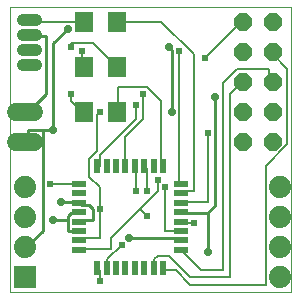
<source format=gtl>
G75*
%MOIN*%
%OFA0B0*%
%FSLAX24Y24*%
%IPPOS*%
%LPD*%
%AMOC8*
5,1,8,0,0,1.08239X$1,22.5*
%
%ADD10C,0.0000*%
%ADD11R,0.0500X0.0220*%
%ADD12R,0.0220X0.0500*%
%ADD13OC8,0.0600*%
%ADD14C,0.0600*%
%ADD15R,0.0630X0.0709*%
%ADD16C,0.0413*%
%ADD17C,0.0740*%
%ADD18R,0.0740X0.0740*%
%ADD19C,0.0100*%
%ADD20C,0.0280*%
%ADD21C,0.0080*%
%ADD22C,0.0240*%
D10*
X000535Y000300D02*
X000535Y009796D01*
X009905Y009796D01*
X009905Y000300D01*
X000535Y000300D01*
D11*
X002845Y001698D03*
X002845Y002013D03*
X002845Y002328D03*
X002845Y002643D03*
X002845Y002957D03*
X002845Y003272D03*
X002845Y003587D03*
X002845Y003902D03*
X006225Y003902D03*
X006225Y003587D03*
X006225Y003272D03*
X006225Y002957D03*
X006225Y002643D03*
X006225Y002328D03*
X006225Y002013D03*
X006225Y001698D03*
D12*
X005637Y001110D03*
X005322Y001110D03*
X005008Y001110D03*
X004693Y001110D03*
X004378Y001110D03*
X004063Y001110D03*
X003748Y001110D03*
X003433Y001110D03*
X003433Y004490D03*
X003748Y004490D03*
X004063Y004490D03*
X004378Y004490D03*
X004693Y004490D03*
X005008Y004490D03*
X005322Y004490D03*
X005637Y004490D03*
D13*
X008285Y005300D03*
X009285Y005300D03*
X009285Y006300D03*
X008285Y006300D03*
X008285Y007300D03*
X009285Y007300D03*
X009285Y008300D03*
X008285Y008300D03*
X008285Y009300D03*
X009285Y009300D03*
D14*
X001335Y006300D02*
X000735Y006300D01*
X000735Y005300D02*
X001335Y005300D01*
D15*
X002984Y006300D03*
X004086Y006300D03*
X004086Y007800D03*
X002984Y007800D03*
X002984Y009300D03*
X004086Y009300D03*
D16*
X001392Y009350D02*
X000978Y009350D01*
X000978Y008850D02*
X001392Y008850D01*
X001392Y008350D02*
X000978Y008350D01*
X000978Y007850D02*
X001392Y007850D01*
D17*
X001035Y003800D03*
X001035Y002800D03*
X001035Y001800D03*
X009535Y001800D03*
X009535Y000800D03*
X009535Y002800D03*
X009535Y003800D03*
D18*
X001035Y000800D03*
D19*
X001135Y000780D01*
X001035Y001800D02*
X001135Y001860D01*
X001615Y002340D01*
X001615Y005700D01*
X001975Y005700D01*
X001975Y008580D01*
X002455Y009060D01*
X001735Y008820D02*
X001735Y006900D01*
X001135Y006300D01*
X001035Y006300D01*
X001135Y005700D02*
X001135Y005340D01*
X001035Y005300D01*
X001135Y005700D02*
X001615Y005700D01*
X002215Y003300D02*
X002815Y003300D01*
X002845Y003272D01*
X002935Y003180D01*
X003175Y003180D01*
X003295Y003060D01*
X003295Y002700D01*
X002935Y002700D01*
X002845Y002643D01*
X002815Y002940D02*
X002575Y002940D01*
X002455Y002820D01*
X002455Y002700D01*
X001975Y002700D01*
X002455Y002700D02*
X002455Y002340D01*
X002815Y002340D01*
X002845Y002328D01*
X002815Y002940D02*
X002845Y002957D01*
X004495Y002100D02*
X006175Y002100D01*
X006225Y002013D01*
X006295Y002940D02*
X006225Y002957D01*
X006295Y002940D02*
X007135Y002940D01*
X007375Y003180D01*
X007375Y006780D01*
X005935Y006300D02*
X005935Y008340D01*
X005815Y008460D01*
X001735Y008820D02*
X001255Y008820D01*
X001185Y008850D01*
X007135Y002940D02*
X007135Y001620D01*
D20*
X007135Y001620D03*
X004495Y002100D03*
X002215Y003300D03*
X001975Y002700D03*
X001975Y005700D03*
X002455Y009060D03*
X005815Y008460D03*
X007375Y006780D03*
X005935Y006300D03*
D21*
X005575Y006660D02*
X005095Y007140D01*
X004135Y007140D01*
X004135Y006300D01*
X004086Y006300D01*
X003535Y006300D02*
X003415Y006180D01*
X003415Y004980D01*
X003175Y004740D01*
X003175Y004140D01*
X003535Y003780D01*
X003535Y003060D01*
X003535Y002100D01*
X002935Y002100D01*
X002845Y002013D01*
X002935Y001740D02*
X002845Y001698D01*
X002935Y001740D02*
X003895Y001740D01*
X003895Y002100D01*
X004855Y003060D01*
X005095Y002820D01*
X004855Y003060D02*
X005455Y003660D01*
X005455Y004020D01*
X005695Y003780D02*
X005695Y002340D01*
X006175Y002340D01*
X006225Y002328D01*
X006295Y002580D02*
X006225Y002643D01*
X006295Y002580D02*
X006655Y002580D01*
X006295Y003300D02*
X006225Y003272D01*
X006295Y003300D02*
X007135Y003300D01*
X007135Y005580D01*
X007855Y006900D02*
X008215Y007260D01*
X008285Y007300D01*
X008095Y007740D02*
X009175Y007740D01*
X009175Y007380D01*
X009285Y007300D01*
X009775Y007740D02*
X009295Y008220D01*
X009285Y008300D01*
X009775Y007740D02*
X009775Y005220D01*
X009055Y004500D01*
X009055Y000540D01*
X006535Y000540D01*
X006055Y001020D01*
X005695Y001020D01*
X005637Y001110D01*
X005335Y001140D02*
X005322Y001110D01*
X005335Y001140D02*
X005335Y001380D01*
X005455Y001500D01*
X005815Y001500D01*
X006535Y000780D01*
X007855Y000780D01*
X007855Y006900D01*
X007615Y007260D02*
X008095Y007740D01*
X007615Y007260D02*
X007615Y001020D01*
X006895Y001020D01*
X006295Y001620D01*
X006225Y001698D01*
X004255Y001860D02*
X003775Y001380D01*
X003775Y001140D01*
X003748Y001110D01*
X003535Y001020D02*
X003433Y001110D01*
X003535Y001020D02*
X003535Y000660D01*
X006225Y003587D02*
X006295Y003660D01*
X006655Y003660D01*
X006655Y008220D01*
X005575Y009300D01*
X004086Y009300D01*
X003295Y008580D02*
X002575Y008580D01*
X002575Y008460D01*
X002935Y008340D02*
X002935Y007860D01*
X002984Y007800D01*
X003295Y008580D02*
X004015Y007860D01*
X004086Y007800D01*
X004975Y006900D02*
X004975Y006060D01*
X004375Y005460D01*
X004375Y004500D01*
X004378Y004490D01*
X004693Y004490D02*
X004735Y004380D01*
X004735Y003660D01*
X005095Y003660D02*
X005095Y004380D01*
X005008Y004490D01*
X005575Y004500D02*
X005637Y004490D01*
X005575Y004500D02*
X005575Y006660D01*
X004735Y006540D02*
X004735Y006060D01*
X003535Y004860D01*
X003535Y004500D01*
X003433Y004490D01*
X002845Y003902D02*
X002815Y003900D01*
X001855Y003900D01*
X002935Y006300D02*
X002984Y006300D01*
X002935Y006300D02*
X002575Y006660D01*
X002575Y006900D01*
X002984Y009300D02*
X001255Y009300D01*
X001185Y009350D01*
X006175Y008340D02*
X006175Y003900D01*
X006225Y003902D01*
X007015Y008100D02*
X008215Y009300D01*
X008285Y009300D01*
D22*
X007015Y008100D03*
X006175Y008340D03*
X004975Y006900D03*
X004735Y006540D03*
X003535Y006300D03*
X002575Y006900D03*
X002935Y008340D03*
X002575Y008460D03*
X007135Y005580D03*
X005455Y004020D03*
X005695Y003780D03*
X005095Y003660D03*
X004735Y003660D03*
X005095Y002820D03*
X004255Y001860D03*
X003535Y000660D03*
X003535Y003060D03*
X001855Y003900D03*
X006655Y002580D03*
M02*

</source>
